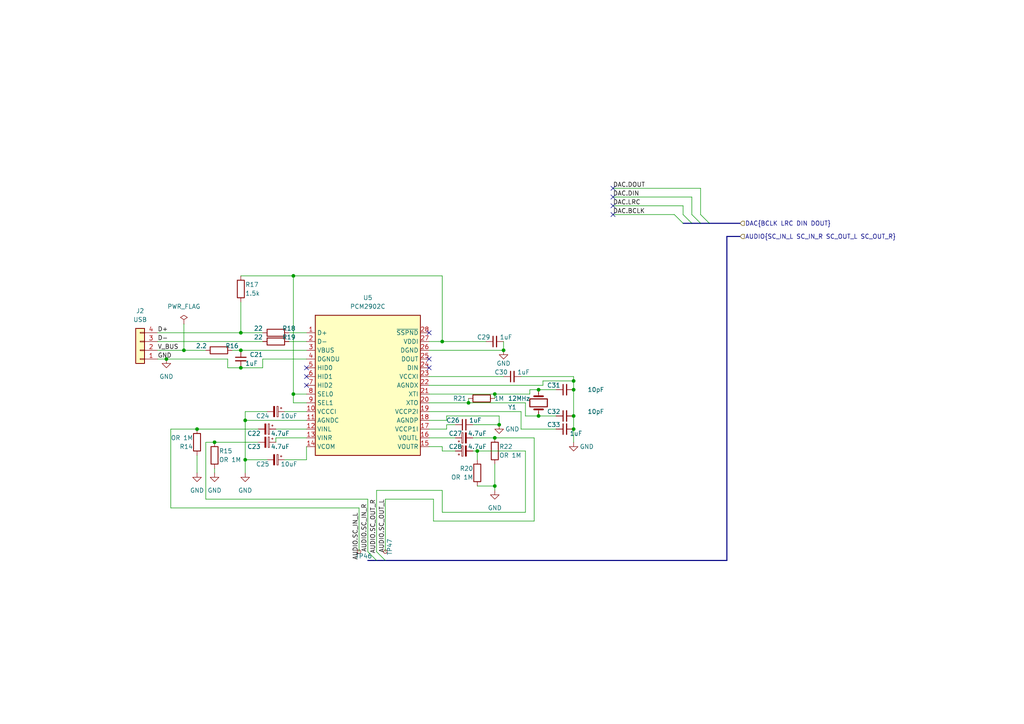
<source format=kicad_sch>
(kicad_sch (version 20211123) (generator eeschema)
  (paper "A4")
  (lib_symbols
    (symbol "Audio:PCM2902"
      (property "Reference" "U?" (at 2.0194 25.4 0))
      (property "Value" "PCM2902" (at 2.0194 22.86 0))
      (symbol "PCM2902_0_1"
        (rectangle (start -15.24 20.32) (end 15.24 -20.32) (stroke (width 0.254)) (fill (type background)))
      )
      (symbol "PCM2902_1_1"
        (pin bidirectional line (at -17.78 15.24 0) (length 2.54) (name "D+") (number "1"))
        (pin passive line (at -17.78 -7.62 0) (length 2.54) (name "VCCCI") (number "10"))
        (pin power_in line (at -17.78 -10.16 0) (length 2.54) (name "AGNDC") (number "11"))
        (pin input line (at -17.78 -12.7 0) (length 2.54) (name "VINL") (number "12"))
        (pin input line (at -17.78 -15.24 0) (length 2.54) (name "VINR") (number "13"))
        (pin passive line (at -17.78 -17.78 0) (length 2.54) (name "VCOM") (number "14"))
        (pin output line (at 17.78 -17.78 180) (length 2.54) (name "VOUTR") (number "15"))
        (pin output line (at 17.78 -15.24 180) (length 2.54) (name "VOUTL") (number "16"))
        (pin passive line (at 17.78 -12.7 180) (length 2.54) (name "VCCP1I") (number "17"))
        (pin power_in line (at 17.78 -10.16 180) (length 2.54) (name "AGNDP") (number "18"))
        (pin passive line (at 17.78 -7.62 180) (length 2.54) (name "VCCP2I") (number "19"))
        (pin bidirectional line (at -17.78 12.7 0) (length 2.54) (name "D-") (number "2"))
        (pin output line (at 17.78 -5.08 180) (length 2.54) (name "XTO") (number "20"))
        (pin input line (at 17.78 -2.54 180) (length 2.54) (name "XTI") (number "21"))
        (pin power_in line (at 17.78 0 180) (length 2.54) (name "AGNDX") (number "22"))
        (pin passive line (at 17.78 2.54 180) (length 2.54) (name "VCCXI") (number "23"))
        (pin input line (at 17.78 5.08 180) (length 2.54) (name "DIN") (number "24"))
        (pin output line (at 17.78 7.62 180) (length 2.54) (name "DOUT") (number "25"))
        (pin power_in line (at 17.78 10.16 180) (length 2.54) (name "DGND") (number "26"))
        (pin power_out line (at 17.78 12.7 180) (length 2.54) (name "VDDI") (number "27"))
        (pin output line (at 17.78 15.24 180) (length 2.54) (name "~{SSPND}") (number "28"))
        (pin power_in line (at -17.78 10.16 0) (length 2.54) (name "VBUS") (number "3"))
        (pin power_in line (at -17.78 7.62 0) (length 2.54) (name "DGNDU") (number "4"))
        (pin input line (at -17.78 5.08 0) (length 2.54) (name "HID0") (number "5"))
        (pin input line (at -17.78 2.54 0) (length 2.54) (name "HID1") (number "6"))
        (pin input line (at -17.78 0 0) (length 2.54) (name "HID2") (number "7"))
        (pin input line (at -17.78 -2.54 0) (length 2.54) (name "SEL0") (number "8"))
        (pin input line (at -17.78 -5.08 0) (length 2.54) (name "SEL1") (number "9"))
      )
    )
    (symbol "Connector:TestPoint_Small" (pin_numbers hide) (pin_names (offset 0.762) hide)
      (property "Reference" "TP" (at 0 3.81 0))
      (property "Value" "TestPoint_Small" (at 0 2.032 0))
      (symbol "TestPoint_Small_0_1"
        (circle (center 0 0) (radius 0.508))
      )
      (symbol "TestPoint_Small_1_1"
        (pin passive line (at 0 0 90) (length 0) (name "1") (number "1"))
      )
    )
    (symbol "Connector_Generic:Conn_01x04" (pin_names (offset 1.016) hide)
      (property "Reference" "J" (at 0 5.08 0))
      (property "Value" "Conn_01x04" (at 0 -7.62 0))
      (symbol "Conn_01x04_1_1"
        (rectangle (start -1.27 -4.953) (end 0 -5.207) (stroke (width 0.1524)))
        (rectangle (start -1.27 -2.413) (end 0 -2.667) (stroke (width 0.1524)))
        (rectangle (start -1.27 0.127) (end 0 -0.127) (stroke (width 0.1524)))
        (rectangle (start -1.27 2.667) (end 0 2.413) (stroke (width 0.1524)))
        (rectangle (start -1.27 3.81) (end 1.27 -6.35) (stroke (width 0.254)) (fill (type background)))
        (pin passive line (at -5.08 2.54 0) (length 3.81) (name "Pin_1") (number "1"))
        (pin passive line (at -5.08 0 0) (length 3.81) (name "Pin_2") (number "2"))
        (pin passive line (at -5.08 -2.54 0) (length 3.81) (name "Pin_3") (number "3"))
        (pin passive line (at -5.08 -5.08 0) (length 3.81) (name "Pin_4") (number "4"))
      )
    )
    (symbol "Device:C_Polarized_Small" (pin_numbers hide) (pin_names (offset 0.254) hide)
      (property "Reference" "C" (at 0.254 1.778 0))
      (property "Value" "C_Polarized_Small" (at 0.254 -2.032 0))
      (symbol "C_Polarized_Small_0_1"
        (rectangle (start -1.524 -0.3048) (end 1.524 -0.6858) (fill (type outline)))
        (rectangle (start -1.524 0.6858) (end 1.524 0.3048))
        (polyline (pts (xy -1.27 1.524) (xy -0.762 1.524)))
        (polyline (pts (xy -1.016 1.27) (xy -1.016 1.778)))
      )
      (symbol "C_Polarized_Small_1_1"
        (pin passive line (at 0 2.54 270) (length 1.8542) (name "~") (number "1"))
        (pin passive line (at 0 -2.54 90) (length 1.8542) (name "~") (number "2"))
      )
    )
    (symbol "Device:C_Small" (pin_numbers hide) (pin_names (offset 0.254) hide)
      (property "Reference" "C" (at 0.254 1.778 0))
      (property "Value" "C_Small" (at 0.254 -2.032 0))
      (symbol "C_Small_0_1"
        (polyline (pts (xy -1.524 -0.508) (xy 1.524 -0.508)) (stroke (width 0.3302)))
        (polyline (pts (xy -1.524 0.508) (xy 1.524 0.508)) (stroke (width 0.3048)))
      )
      (symbol "C_Small_1_1"
        (pin passive line (at 0 2.54 270) (length 2.032) (name "~") (number "1"))
        (pin passive line (at 0 -2.54 90) (length 2.032) (name "~") (number "2"))
      )
    )
    (symbol "Device:Crystal" (pin_numbers hide) (pin_names (offset 1.016) hide)
      (property "Reference" "Y" (at 0 3.81 0))
      (property "Value" "Crystal" (at 0 -3.81 0))
      (symbol "Crystal_0_1"
        (rectangle (start -1.143 2.54) (end 1.143 -2.54) (stroke (width 0.3048)))
        (polyline (pts (xy -2.54 0) (xy -1.905 0)))
        (polyline (pts (xy -1.905 -1.27) (xy -1.905 1.27)) (stroke (width 0.508)))
        (polyline (pts (xy 1.905 -1.27) (xy 1.905 1.27)) (stroke (width 0.508)))
        (polyline (pts (xy 2.54 0) (xy 1.905 0)))
      )
      (symbol "Crystal_1_1"
        (pin passive line (at -3.81 0 0) (length 1.27) (name "1") (number "1"))
        (pin passive line (at 3.81 0 180) (length 1.27) (name "2") (number "2"))
      )
    )
    (symbol "Device:R" (pin_numbers hide) (pin_names (offset 0))
      (property "Reference" "R" (at 2.032 0 90))
      (property "Value" "R" (at 0 0 90))
      (symbol "R_0_1"
        (rectangle (start -1.016 -2.54) (end 1.016 2.54) (stroke (width 0.254)))
      )
      (symbol "R_1_1"
        (pin passive line (at 0 3.81 270) (length 1.27) (name "~") (number "1"))
        (pin passive line (at 0 -3.81 90) (length 1.27) (name "~") (number "2"))
      )
    )
    (symbol "power:GND" (power) (pin_names (offset 0))
      (property "Value" "GND" (at 0 -3.81 0))
      (symbol "GND_0_1"
        (polyline (pts (xy 0 0) (xy 0 -1.27) (xy 1.27 -1.27) (xy 0 -2.54) (xy -1.27 -1.27) (xy 0 -1.27)))
      )
      (symbol "GND_1_1"
        (pin power_in line (at 0 0 270) (length 0) hide (name "GND") (number "1"))
      )
    )
    (symbol "power:PWR_FLAG" (power) (pin_numbers hide) (pin_names (offset 0) hide)
      (property "Value" "PWR_FLAG" (at 0 3.81 0))
      (symbol "PWR_FLAG_0_0"
        (pin power_out line (at 0 0 90) (length 0) (name "pwr") (number "1"))
      )
      (symbol "PWR_FLAG_0_1"
        (polyline (pts (xy 0 0) (xy 0 1.27) (xy -1.016 1.905) (xy 0 2.54) (xy 1.016 1.905) (xy 0 1.27)))
      )
    )
  )
  (junction (at 69.85 101.6))
  (junction (at 146.05 101.6))
  (junction (at 71.12 121.92))
  (junction (at 143.51 114.3))
  (junction (at 143.51 140.97))
  (junction (at 144.78 123.19))
  (junction (at 62.23 128.27))
  (junction (at 138.43 130.81))
  (junction (at 135.89 116.84))
  (junction (at 166.37 110.49))
  (junction (at 69.85 96.52))
  (junction (at 85.09 80.01))
  (junction (at 85.09 114.3))
  (junction (at 53.34 101.6))
  (junction (at 166.37 124.46))
  (junction (at 166.37 120.65))
  (junction (at 156.21 120.65))
  (junction (at 48.26 104.14))
  (junction (at 69.85 106.68))
  (junction (at 156.21 113.03))
  (junction (at 143.51 127))
  (junction (at 57.15 124.46))
  (junction (at 166.37 113.03))
  (junction (at 128.27 99.06))
  (junction (at 71.12 133.35))
  (no_connect (at 124.46 96.52))
  (no_connect (at 177.8 62.23))
  (no_connect (at 88.9 109.22))
  (no_connect (at 88.9 106.68))
  (no_connect (at 177.8 54.61))
  (no_connect (at 124.46 106.68))
  (no_connect (at 88.9 111.76))
  (no_connect (at 177.8 57.15))
  (no_connect (at 177.8 59.69))
  (no_connect (at 124.46 104.14))
  (bus_entry (at 203.2 64.77) (size -2.54 -2.54))
  (bus_entry (at 198.12 64.77) (size -2.54 -2.54))
  (bus_entry (at 200.66 64.77) (size -2.54 -2.54))
  (bus_entry (at 205.74 64.77) (size -2.54 -2.54))
  (bus_entry (at 109.22 162.56) (size -2.54 -2.54))
  (bus_entry (at 111.76 162.56) (size -2.54 -2.54))
  (wire (pts (xy 129.54 124.46) (xy 129.54 123.19)))
  (wire (pts (xy 59.69 128.27) (xy 59.69 144.78)))
  (wire (pts (xy 66.04 106.68) (xy 69.85 106.68)))
  (bus (pts (xy 198.12 64.77) (xy 200.66 64.77)))
  (wire (pts (xy 45.72 96.52) (xy 69.85 96.52)))
  (wire (pts (xy 124.46 111.76) (xy 157.48 111.76)))
  (wire (pts (xy 124.46 129.54) (xy 128.27 129.54)))
  (bus (pts (xy 111.76 162.56) (xy 109.22 162.56)))
  (wire (pts (xy 76.2 104.14) (xy 88.9 104.14)))
  (wire (pts (xy 151.13 124.46) (xy 161.29 124.46)))
  (wire (pts (xy 57.15 124.46) (xy 74.93 124.46)))
  (wire (pts (xy 80.01 127) (xy 88.9 127)))
  (wire (pts (xy 57.15 132.08) (xy 57.15 137.16)))
  (wire (pts (xy 152.4 130.81) (xy 152.4 148.59)))
  (wire (pts (xy 53.34 93.98) (xy 53.34 101.6)))
  (wire (pts (xy 128.27 129.54) (xy 128.27 130.81)))
  (wire (pts (xy 124.46 124.46) (xy 129.54 124.46)))
  (wire (pts (xy 85.09 80.01) (xy 128.27 80.01)))
  (wire (pts (xy 129.54 121.92) (xy 129.54 120.65)))
  (wire (pts (xy 57.15 124.46) (xy 49.53 124.46)))
  (wire (pts (xy 80.01 128.27) (xy 80.01 127)))
  (wire (pts (xy 66.04 104.14) (xy 66.04 106.68)))
  (wire (pts (xy 143.51 134.62) (xy 143.51 140.97)))
  (wire (pts (xy 71.12 121.92) (xy 88.9 121.92)))
  (wire (pts (xy 69.85 80.01) (xy 85.09 80.01)))
  (wire (pts (xy 85.09 114.3) (xy 88.9 114.3)))
  (wire (pts (xy 124.46 121.92) (xy 129.54 121.92)))
  (wire (pts (xy 104.14 147.32) (xy 104.14 160.02)))
  (wire (pts (xy 85.09 114.3) (xy 85.09 116.84)))
  (wire (pts (xy 88.9 129.54) (xy 88.9 133.35)))
  (wire (pts (xy 166.37 109.22) (xy 166.37 110.49)))
  (bus (pts (xy 111.76 162.56) (xy 210.82 162.56)))
  (wire (pts (xy 88.9 116.84) (xy 85.09 116.84)))
  (wire (pts (xy 71.12 121.92) (xy 71.12 133.35)))
  (wire (pts (xy 157.48 111.76) (xy 157.48 110.49)))
  (wire (pts (xy 128.27 80.01) (xy 128.27 99.06)))
  (wire (pts (xy 166.37 113.03) (xy 166.37 120.65)))
  (wire (pts (xy 143.51 114.3) (xy 153.67 114.3)))
  (wire (pts (xy 124.46 109.22) (xy 146.05 109.22)))
  (wire (pts (xy 200.66 62.23) (xy 200.66 57.15)))
  (bus (pts (xy 109.22 162.56) (xy 106.68 162.56)))
  (wire (pts (xy 166.37 110.49) (xy 166.37 113.03)))
  (wire (pts (xy 124.46 127) (xy 132.08 127)))
  (wire (pts (xy 135.89 115.57) (xy 135.89 116.84)))
  (wire (pts (xy 49.53 147.32) (xy 104.14 147.32)))
  (wire (pts (xy 143.51 114.3) (xy 143.51 115.57)))
  (wire (pts (xy 198.12 59.69) (xy 177.8 59.69)))
  (wire (pts (xy 124.46 101.6) (xy 146.05 101.6)))
  (wire (pts (xy 125.73 151.13) (xy 154.94 151.13)))
  (wire (pts (xy 77.47 119.38) (xy 71.12 119.38)))
  (wire (pts (xy 198.12 62.23) (xy 198.12 59.69)))
  (wire (pts (xy 153.67 114.3) (xy 153.67 113.03)))
  (wire (pts (xy 157.48 110.49) (xy 166.37 110.49)))
  (wire (pts (xy 106.68 144.78) (xy 106.68 160.02)))
  (wire (pts (xy 69.85 96.52) (xy 76.2 96.52)))
  (bus (pts (xy 210.82 68.58) (xy 210.82 162.56)))
  (wire (pts (xy 156.21 120.65) (xy 161.29 120.65)))
  (wire (pts (xy 128.27 148.59) (xy 128.27 142.24)))
  (wire (pts (xy 125.73 144.78) (xy 125.73 151.13)))
  (wire (pts (xy 83.82 99.06) (xy 88.9 99.06)))
  (wire (pts (xy 138.43 130.81) (xy 152.4 130.81)))
  (bus (pts (xy 200.66 64.77) (xy 203.2 64.77)))
  (wire (pts (xy 69.85 87.63) (xy 69.85 96.52)))
  (wire (pts (xy 128.27 130.81) (xy 132.08 130.81)))
  (wire (pts (xy 166.37 120.65) (xy 166.37 124.46)))
  (wire (pts (xy 128.27 142.24) (xy 109.22 142.24)))
  (wire (pts (xy 143.51 140.97) (xy 143.51 142.24)))
  (wire (pts (xy 67.31 101.6) (xy 69.85 101.6)))
  (wire (pts (xy 152.4 120.65) (xy 156.21 120.65)))
  (wire (pts (xy 203.2 54.61) (xy 177.8 54.61)))
  (wire (pts (xy 144.78 120.65) (xy 144.78 123.19)))
  (wire (pts (xy 76.2 106.68) (xy 76.2 104.14)))
  (wire (pts (xy 83.82 96.52) (xy 88.9 96.52)))
  (wire (pts (xy 111.76 144.78) (xy 111.76 160.02)))
  (wire (pts (xy 109.22 142.24) (xy 109.22 160.02)))
  (wire (pts (xy 152.4 148.59) (xy 128.27 148.59)))
  (wire (pts (xy 69.85 106.68) (xy 76.2 106.68)))
  (wire (pts (xy 146.05 99.06) (xy 146.05 101.6)))
  (wire (pts (xy 85.09 80.01) (xy 85.09 114.3)))
  (wire (pts (xy 129.54 120.65) (xy 144.78 120.65)))
  (wire (pts (xy 71.12 133.35) (xy 77.47 133.35)))
  (wire (pts (xy 128.27 99.06) (xy 140.97 99.06)))
  (wire (pts (xy 62.23 128.27) (xy 74.93 128.27)))
  (wire (pts (xy 135.89 116.84) (xy 152.4 116.84)))
  (wire (pts (xy 153.67 113.03) (xy 156.21 113.03)))
  (wire (pts (xy 166.37 124.46) (xy 166.37 128.27)))
  (wire (pts (xy 154.94 151.13) (xy 154.94 127)))
  (wire (pts (xy 45.72 99.06) (xy 76.2 99.06)))
  (wire (pts (xy 59.69 144.78) (xy 106.68 144.78)))
  (wire (pts (xy 49.53 124.46) (xy 49.53 147.32)))
  (wire (pts (xy 53.34 101.6) (xy 59.69 101.6)))
  (wire (pts (xy 124.46 99.06) (xy 128.27 99.06)))
  (bus (pts (xy 214.63 68.58) (xy 210.82 68.58)))
  (wire (pts (xy 156.21 113.03) (xy 161.29 113.03)))
  (wire (pts (xy 137.16 123.19) (xy 144.78 123.19)))
  (wire (pts (xy 177.8 62.23) (xy 195.58 62.23)))
  (wire (pts (xy 200.66 57.15) (xy 177.8 57.15)))
  (wire (pts (xy 138.43 133.35) (xy 138.43 130.81)))
  (wire (pts (xy 124.46 116.84) (xy 135.89 116.84)))
  (bus (pts (xy 203.2 64.77) (xy 205.74 64.77)))
  (bus (pts (xy 205.74 64.77) (xy 214.63 64.77)))
  (wire (pts (xy 129.54 123.19) (xy 132.08 123.19)))
  (wire (pts (xy 45.72 104.14) (xy 48.26 104.14)))
  (wire (pts (xy 152.4 116.84) (xy 152.4 120.65)))
  (wire (pts (xy 48.26 104.14) (xy 66.04 104.14)))
  (wire (pts (xy 88.9 133.35) (xy 82.55 133.35)))
  (wire (pts (xy 151.13 109.22) (xy 166.37 109.22)))
  (wire (pts (xy 80.01 124.46) (xy 88.9 124.46)))
  (wire (pts (xy 69.85 101.6) (xy 88.9 101.6)))
  (wire (pts (xy 137.16 130.81) (xy 138.43 130.81)))
  (wire (pts (xy 82.55 119.38) (xy 88.9 119.38)))
  (wire (pts (xy 124.46 119.38) (xy 151.13 119.38)))
  (wire (pts (xy 45.72 101.6) (xy 53.34 101.6)))
  (wire (pts (xy 203.2 62.23) (xy 203.2 54.61)))
  (wire (pts (xy 62.23 128.27) (xy 59.69 128.27)))
  (wire (pts (xy 138.43 140.97) (xy 143.51 140.97)))
  (wire (pts (xy 71.12 119.38) (xy 71.12 121.92)))
  (wire (pts (xy 111.76 144.78) (xy 125.73 144.78)))
  (wire (pts (xy 151.13 119.38) (xy 151.13 124.46)))
  (wire (pts (xy 143.51 127) (xy 154.94 127)))
  (wire (pts (xy 124.46 114.3) (xy 143.51 114.3)))
  (wire (pts (xy 137.16 127) (xy 143.51 127)))
  (wire (pts (xy 62.23 135.89) (xy 62.23 137.16)))
  (wire (pts (xy 71.12 133.35) (xy 71.12 137.16)))
  (label "AUDIO.SC_IN_R" (at 106.68 146.05 270))
  (label "AUDIO.SC_IN_L" (at 104.14 148.59 270))
  (label "AUDIO.SC_OUT_L" (at 111.76 144.78 270))
  (label "DAC.BCLK" (at 177.8 62.23 0))
  (label "D+" (at 45.72 96.52 0))
  (label "DAC.DIN" (at 177.8 57.15 0))
  (label "V_BUS" (at 45.72 101.6 0))
  (label "AUDIO.SC_OUT_R" (at 109.22 144.78 270))
  (label "DAC.LRC" (at 177.8 59.69 0))
  (label "D-" (at 45.72 99.06 0))
  (label "GND" (at 45.72 104.14 0))
  (label "DAC.DOUT" (at 177.8 54.61 0))
  (hierarchical_label "AUDIO{SC_IN_L SC_IN_R SC_OUT_L SC_OUT_R}" (shape input) (at 214.63 68.58 0))
  (hierarchical_label "DAC{BCLK LRC DIN DOUT}" (shape input) (at 214.63 64.77 0))
  (symbol (lib_id "power:GND") (at 146.05 101.6 0) (unit 1)
    (property "Reference" "#PWR0166" (effects hide))
    (property "Value" "GND" (at 146.05 105.41 0))
  )
  (symbol (lib_id "Device:R") (at 80.01 96.52 90) (unit 1)
    (property "Reference" "R18" (at 83.82 95.25 90))
    (property "Value" "22" (at 74.93 95.25 90))
    (property "Footprint" "Resistor_SMD:R_0603_1608Metric_Pad0.98x0.95mm_HandSolder" (effects hide))
  )
  (symbol (lib_id "Device:C_Small") (at 69.85 104.14 0) (unit 1)
    (property "Reference" "C21" (at 72.39 102.87 0) (effects (justify left)))
    (property "Value" "1uF" (at 71.12 105.41 0) (effects (justify left)))
    (property "Footprint" "Capacitor_SMD:C_0603_1608Metric_Pad1.08x0.95mm_HandSolder" (effects hide))
  )
  (symbol (lib_id "power:GND") (at 144.78 123.19 0) (unit 1)
    (property "Reference" "#PWR0165" (effects hide))
    (property "Value" "GND" (at 148.59 124.46 0))
  )
  (symbol (lib_id "power:GND") (at 62.23 137.16 0) (unit 1)
    (property "Reference" "#PWR0160" (effects hide))
    (property "Value" "GND" (at 62.23 142.24 0))
  )
  (symbol (lib_id "Device:R") (at 62.23 132.08 0) (unit 1)
    (property "Reference" "R15" (at 63.5 130.81 0) (effects (justify left)))
    (property "Value" "OR 1M" (at 63.5 133.35 0) (effects (justify left)))
    (property "Footprint" "Resistor_SMD:R_0603_1608Metric_Pad0.98x0.95mm_HandSolder" (effects hide))
  )
  (symbol (lib_id "Device:C_Polarized_Small") (at 80.01 119.38 270) (unit 1)
    (property "Reference" "C24" (at 76.2 120.65 90))
    (property "Value" "10uF" (at 83.82 120.65 90))
    (property "Footprint" "Capacitor_SMD:C_0603_1608Metric_Pad1.08x0.95mm_HandSolder" (effects hide))
  )
  (symbol (lib_id "Device:R") (at 63.5 101.6 90) (unit 1)
    (property "Reference" "R16" (at 67.31 100.33 90))
    (property "Value" "2.2" (at 58.42 100.33 90))
    (property "Footprint" "Resistor_SMD:R_0603_1608Metric_Pad0.98x0.95mm_HandSolder" (effects hide))
  )
  (symbol (lib_id "Device:C_Small") (at 163.83 113.03 90) (unit 1)
    (property "Reference" "C31" (at 162.56 111.76 90) (effects (justify left)))
    (property "Value" "10pF" (at 175.26 113.03 90) (effects (justify left)))
    (property "Footprint" "Capacitor_SMD:C_0603_1608Metric_Pad1.08x0.95mm_HandSolder" (effects hide))
  )
  (symbol (lib_id "Device:R") (at 69.85 83.82 0) (unit 1)
    (property "Reference" "R17" (at 71.12 82.55 0) (effects (justify left)))
    (property "Value" "1.5k" (at 71.12 85.09 0) (effects (justify left)))
    (property "Footprint" "Resistor_SMD:R_0603_1608Metric_Pad0.98x0.95mm_HandSolder" (effects hide))
  )
  (symbol (lib_id "power:GND") (at 48.26 104.14 0) (unit 1)
    (property "Reference" "#PWR0162" (effects hide))
    (property "Value" "GND" (at 48.26 109.22 0))
  )
  (symbol (lib_id "Device:C_Polarized_Small") (at 134.62 127 90) (unit 1)
    (property "Reference" "C27" (at 132.08 125.73 90))
    (property "Value" "4.7uF" (at 138.43 125.73 90))
    (property "Footprint" "Capacitor_SMD:C_0603_1608Metric_Pad1.08x0.95mm_HandSolder" (effects hide))
  )
  (symbol (lib_id "power:GND") (at 57.15 137.16 0) (unit 1)
    (property "Reference" "#PWR0159" (effects hide))
    (property "Value" "GND" (at 57.15 142.24 0))
  )
  (symbol (lib_id "Device:C_Small") (at 163.83 124.46 90) (unit 1)
    (property "Reference" "C33" (at 162.56 123.19 90) (effects (justify left)))
    (property "Value" "1uF" (at 168.91 125.73 90) (effects (justify left)))
    (property "Footprint" "Capacitor_SMD:C_0603_1608Metric_Pad1.08x0.95mm_HandSolder" (effects hide))
  )
  (symbol (lib_id "Audio:PCM2902") (at 106.68 111.76 0) (unit 1)
    (property "Reference" "U5" (at 106.68 86.36 0))
    (property "Value" "PCM2902C" (at 106.68 88.9 0))
    (property "Footprint" "Package_SO:SSOP-28_5.3x10.2mm_P0.65mm" (effects hide))
    (property "Datasheet" "http://www.ti.com/lit/ds/symlink/pcm2902c.pdf" (effects hide))
  )
  (symbol (lib_id "Device:R") (at 139.7 115.57 90) (unit 1)
    (property "Reference" "R21" (at 133.35 115.57 90))
    (property "Value" "1M" (at 144.78 115.57 90))
    (property "Footprint" "Resistor_SMD:R_0603_1608Metric_Pad0.98x0.95mm_HandSolder" (effects hide))
  )
  (symbol (lib_id "Device:C_Small") (at 148.59 109.22 90) (unit 1)
    (property "Reference" "C30" (at 147.32 107.95 90) (effects (justify left)))
    (property "Value" "1uF" (at 153.67 107.95 90) (effects (justify left)))
    (property "Footprint" "Capacitor_SMD:C_0603_1608Metric_Pad1.08x0.95mm_HandSolder" (effects hide))
  )
  (symbol (lib_id "Connector:TestPoint_Small") (at 111.76 160.02 270) (unit 1)
    (property "Reference" "TP47" (at 113.03 156.21 0) (effects (justify left)))
    (property "Value" "Test Point" (effects hide))
    (property "Footprint" "TestPoint:TestPoint_Pad_D1.0mm" (effects hide))
  )
  (symbol (lib_id "power:PWR_FLAG") (at 53.34 93.98 0) (unit 1)
    (property "Reference" "#FLG0105" (effects hide))
    (property "Value" "PWR_FLAG" (at 53.34 88.9 0))
  )
  (symbol (lib_id "Device:Crystal") (at 156.21 116.84 90) (unit 1)
    (property "Reference" "Y1" (at 147.32 118.11 90) (effects (justify right)))
    (property "Value" "12MHz" (at 147.32 115.57 90) (effects (justify right)))
  )
  (symbol (lib_id "power:GND") (at 71.12 137.16 0) (unit 1)
    (property "Reference" "#PWR0161" (effects hide))
    (property "Value" "GND" (at 71.12 142.24 0))
  )
  (symbol (lib_id "Device:C_Small") (at 134.62 123.19 90) (unit 1)
    (property "Reference" "C26" (at 133.35 121.92 90) (effects (justify left)))
    (property "Value" "1uF" (at 139.7 121.92 90) (effects (justify left)))
    (property "Footprint" "Capacitor_SMD:C_0603_1608Metric_Pad1.08x0.95mm_HandSolder" (effects hide))
  )
  (symbol (lib_id "Device:R") (at 143.51 130.81 0) (unit 1)
    (property "Reference" "R22" (at 144.78 129.54 0) (effects (justify left)))
    (property "Value" "OR 1M" (at 144.78 132.08 0) (effects (justify left)))
    (property "Footprint" "Resistor_SMD:R_0603_1608Metric_Pad0.98x0.95mm_HandSolder" (effects hide))
  )
  (symbol (lib_id "Connector_Generic:Conn_01x04") (at 40.64 101.6 180) (unit 1)
    (property "Reference" "J2" (at 40.64 90.17 0))
    (property "Value" "USB" (at 40.64 92.71 0))
    (property "Footprint" "Connector_PinHeader_2.54mm:PinHeader_1x04_P2.54mm_Vertical" (effects hide))
  )
  (symbol (lib_id "Device:C_Polarized_Small") (at 80.01 133.35 270) (unit 1)
    (property "Reference" "C25" (at 76.2 134.62 90))
    (property "Value" "10uF" (at 83.82 134.62 90))
    (property "Footprint" "Capacitor_SMD:C_0603_1608Metric_Pad1.08x0.95mm_HandSolder" (effects hide))
  )
  (symbol (lib_id "Device:C_Polarized_Small") (at 77.47 124.46 270) (unit 1)
    (property "Reference" "C22" (at 73.66 125.73 90))
    (property "Value" "4.7uF" (at 81.28 125.73 90))
    (property "Footprint" "Capacitor_SMD:C_0603_1608Metric_Pad1.08x0.95mm_HandSolder" (effects hide))
  )
  (symbol (lib_id "Device:R") (at 80.01 99.06 90) (unit 1)
    (property "Reference" "R19" (at 83.82 97.79 90))
    (property "Value" "22" (at 74.93 97.79 90))
    (property "Footprint" "Resistor_SMD:R_0603_1608Metric_Pad0.98x0.95mm_HandSolder" (effects hide))
  )
  (symbol (lib_id "Device:C_Polarized_Small") (at 134.62 130.81 90) (unit 1)
    (property "Reference" "C28" (at 132.08 129.54 90))
    (property "Value" "4.7uF" (at 138.43 129.54 90))
    (property "Footprint" "Capacitor_SMD:C_0603_1608Metric_Pad1.08x0.95mm_HandSolder" (effects hide))
  )
  (symbol (lib_id "Device:C_Small") (at 143.51 99.06 90) (unit 1)
    (property "Reference" "C29" (at 142.24 97.79 90) (effects (justify left)))
    (property "Value" "1uF" (at 148.59 97.79 90) (effects (justify left)))
    (property "Footprint" "Capacitor_SMD:C_0603_1608Metric_Pad1.08x0.95mm_HandSolder" (effects hide))
  )
  (symbol (lib_id "power:GND") (at 166.37 128.27 0) (unit 1)
    (property "Reference" "#PWR0164" (effects hide))
    (property "Value" "GND" (at 170.18 129.54 0))
  )
  (symbol (lib_id "power:GND") (at 143.51 142.24 0) (unit 1)
    (property "Reference" "#PWR0163" (effects hide))
    (property "Value" "GND" (at 143.51 147.32 0))
  )
  (symbol (lib_id "Connector:TestPoint_Small") (at 104.14 160.02 180) (unit 1)
    (property "Reference" "TP46" (at 107.95 161.29 0) (effects (justify left)))
    (property "Value" "Test Point" (effects hide))
    (property "Footprint" "TestPoint:TestPoint_Pad_D1.0mm" (effects hide))
  )
  (symbol (lib_id "Device:C_Polarized_Small") (at 77.47 128.27 270) (unit 1)
    (property "Reference" "C23" (at 73.66 129.54 90))
    (property "Value" "4.7uF" (at 81.28 129.54 90))
    (property "Footprint" "Capacitor_SMD:C_0603_1608Metric_Pad1.08x0.95mm_HandSolder" (effects hide))
  )
  (symbol (lib_id "Device:R") (at 57.15 128.27 180) (unit 1)
    (property "Reference" "R14" (at 52.07 129.54 0) (effects (justify right)))
    (property "Value" "OR 1M" (at 49.53 127 0) (effects (justify right)))
    (property "Footprint" "Resistor_SMD:R_0603_1608Metric_Pad0.98x0.95mm_HandSolder" (effects hide))
  )
  (symbol (lib_id "Device:C_Small") (at 163.83 120.65 90) (unit 1)
    (property "Reference" "C32" (at 162.56 119.38 90) (effects (justify left)))
    (property "Value" "10pF" (at 175.26 119.38 90) (effects (justify left)))
    (property "Footprint" "Capacitor_SMD:C_0603_1608Metric_Pad1.08x0.95mm_HandSolder" (effects hide))
  )
  (symbol (lib_id "Device:R") (at 138.43 137.16 0) (unit 1)
    (property "Reference" "R20" (at 133.35 135.89 0) (effects (justify left)))
    (property "Value" "OR 1M" (at 130.81 138.43 0) (effects (justify left)))
    (property "Footprint" "Resistor_SMD:R_0603_1608Metric_Pad0.98x0.95mm_HandSolder" (effects hide))
  )
)
</source>
